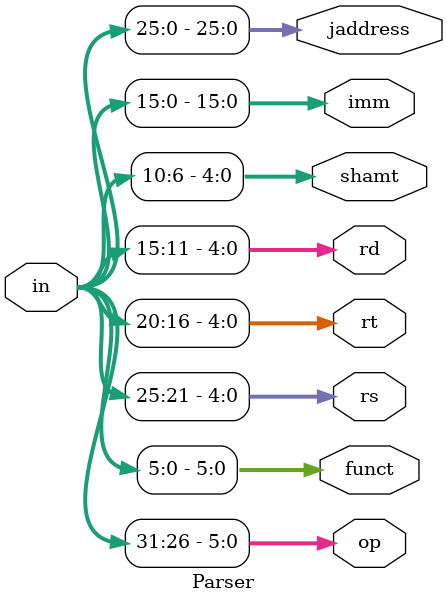
<source format=v>
module Add (in1,in2,out);
input wire signed [31:0] in1, in2;
output wire [31:0] out;
assign out = in1 + in2;
endmodule //add

module StopControl(instr,stop);
input [31:0] instr;
output reg stop;
always @(*) stop <= (instr == 32'hffffffff) ? 1'b1 : 1'b0;
endmodule

module ShiftLeftBy2(in,out);
input [31:0] in;
output [31:0] out;
assign out = in << 2;
endmodule

module SignExt(in,out,op);
parameter andi = 6'b001100; 
parameter ori = 6'b001101;
parameter xori = 6'b001110;
input [5:0] op;
input  [15:0] in;
output [31:0] out;
assign out = (op===andi||op===ori||op===xori)?{{16{1'b0}}, in}:{{16{in[15]}}, in};
endmodule

module Comparator(input [31:0] in1,input [31:0] in2,output equal);
assign equal = (in1 == in2) ? 1'b1 : 1'b0;
endmodule

module Parser(input [31:0] in,output [5:0] op,output [5:0] funct,output [4:0] rs,output [4:0] rt,output [4:0] rd,output [4:0] shamt,output[15:0] imm,output[25:0] jaddress);
assign op = in[31:26];
assign funct = in[5:0];
assign rs = in[25:21];
assign rt = in[20:16];
assign rd = in[15:11];
assign shamt = in[10:6];
assign imm = in[15:0];
assign jaddress = in[25:0];
endmodule
</source>
